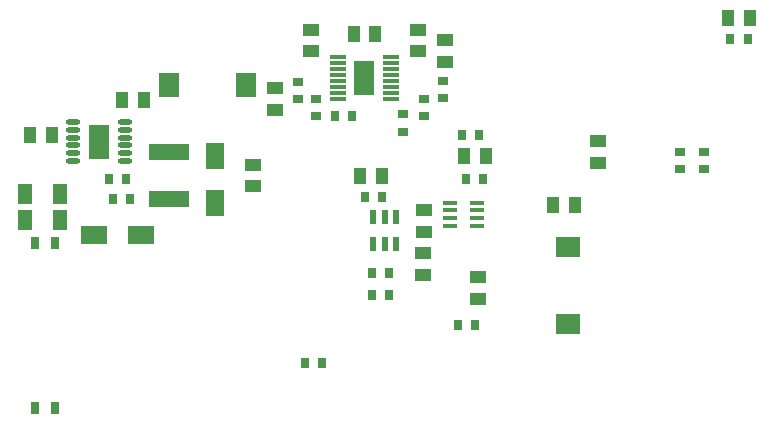
<source format=gtp>
G04*
G04 #@! TF.GenerationSoftware,Altium Limited,Altium Designer,19.0.15 (446)*
G04*
G04 Layer_Color=8421504*
%FSLAX25Y25*%
%MOIN*%
G70*
G01*
G75*
%ADD22R,0.02953X0.03543*%
%ADD23R,0.05315X0.04331*%
%ADD24R,0.04528X0.06890*%
%ADD25R,0.08071X0.06890*%
%ADD26R,0.04331X0.05315*%
%ADD27R,0.03543X0.02953*%
%ADD28R,0.04756X0.01636*%
%ADD29R,0.02000X0.04800*%
%ADD30R,0.13386X0.05315*%
%ADD31R,0.06693X0.11417*%
%ADD32O,0.04724X0.01772*%
%ADD33R,0.06902X0.11602*%
%ADD34R,0.05610X0.01181*%
%ADD35R,0.03150X0.03937*%
%ADD36R,0.06890X0.08071*%
%ADD37R,0.06496X0.08661*%
%ADD38R,0.08661X0.06496*%
D22*
X97504Y32500D02*
D03*
X103212D02*
D03*
X123114Y87890D02*
D03*
X117405D02*
D03*
X107405Y114752D02*
D03*
X113114D02*
D03*
X244980Y140551D02*
D03*
X239272D02*
D03*
X154000Y45000D02*
D03*
X148291D02*
D03*
X156854Y93685D02*
D03*
X151146D02*
D03*
X149646Y108642D02*
D03*
X155354D02*
D03*
X119646Y55000D02*
D03*
X125354D02*
D03*
X39213Y87028D02*
D03*
X33504D02*
D03*
X125354Y62500D02*
D03*
X119646D02*
D03*
X37854Y93685D02*
D03*
X32146D02*
D03*
D23*
X195161Y99234D02*
D03*
Y106517D02*
D03*
X136642Y69032D02*
D03*
Y61748D02*
D03*
X99402Y143642D02*
D03*
Y136358D02*
D03*
X135260D02*
D03*
Y143642D02*
D03*
X87500Y124252D02*
D03*
Y116969D02*
D03*
X144000Y132717D02*
D03*
Y140000D02*
D03*
X155000Y53858D02*
D03*
Y61142D02*
D03*
X137134Y76047D02*
D03*
Y83331D02*
D03*
X80000Y98642D02*
D03*
Y91358D02*
D03*
D24*
X15807Y88817D02*
D03*
X4193D02*
D03*
X15807Y80000D02*
D03*
X4193D02*
D03*
D25*
X185000Y45554D02*
D03*
Y71145D02*
D03*
D26*
X115831Y94817D02*
D03*
X123114D02*
D03*
X187284Y85000D02*
D03*
X180000D02*
D03*
X120898Y142008D02*
D03*
X113614D02*
D03*
X238484Y147638D02*
D03*
X245768D02*
D03*
X150358Y101559D02*
D03*
X157642D02*
D03*
X5886Y108642D02*
D03*
X13169D02*
D03*
X36358Y120000D02*
D03*
X43642D02*
D03*
D27*
X130270Y109646D02*
D03*
Y115354D02*
D03*
X101185Y120650D02*
D03*
Y114941D02*
D03*
X137102Y120433D02*
D03*
Y114724D02*
D03*
X95000Y126177D02*
D03*
Y120468D02*
D03*
X143370Y126555D02*
D03*
Y120846D02*
D03*
X222500Y102854D02*
D03*
Y97146D02*
D03*
X230374D02*
D03*
Y102854D02*
D03*
D28*
X145862Y85953D02*
D03*
Y83394D02*
D03*
Y80835D02*
D03*
Y78276D02*
D03*
X154862D02*
D03*
Y80835D02*
D03*
Y83394D02*
D03*
Y85953D02*
D03*
D29*
X120260Y72326D02*
D03*
X124000D02*
D03*
X127740D02*
D03*
Y81326D02*
D03*
X124000D02*
D03*
X120260D02*
D03*
D30*
X52205Y87028D02*
D03*
Y102972D02*
D03*
D31*
X28839Y106280D02*
D03*
D32*
X37500Y99882D02*
D03*
Y102441D02*
D03*
Y105000D02*
D03*
Y107559D02*
D03*
Y110118D02*
D03*
Y112677D02*
D03*
X20177Y99882D02*
D03*
Y102441D02*
D03*
Y105000D02*
D03*
Y107559D02*
D03*
Y110118D02*
D03*
Y112677D02*
D03*
D33*
X117256Y127500D02*
D03*
D34*
X108547Y120610D02*
D03*
Y122579D02*
D03*
Y124547D02*
D03*
Y126516D02*
D03*
Y128484D02*
D03*
Y130453D02*
D03*
Y132421D02*
D03*
Y134390D02*
D03*
X125965D02*
D03*
Y132421D02*
D03*
Y130453D02*
D03*
Y128484D02*
D03*
Y126516D02*
D03*
Y124547D02*
D03*
Y122579D02*
D03*
Y120610D02*
D03*
D35*
X13996Y17500D02*
D03*
X7500D02*
D03*
X13996Y72500D02*
D03*
X7500D02*
D03*
D36*
X77756Y125000D02*
D03*
X52165D02*
D03*
D37*
X67500Y85811D02*
D03*
Y101559D02*
D03*
D38*
X42874Y75000D02*
D03*
X27126D02*
D03*
M02*

</source>
